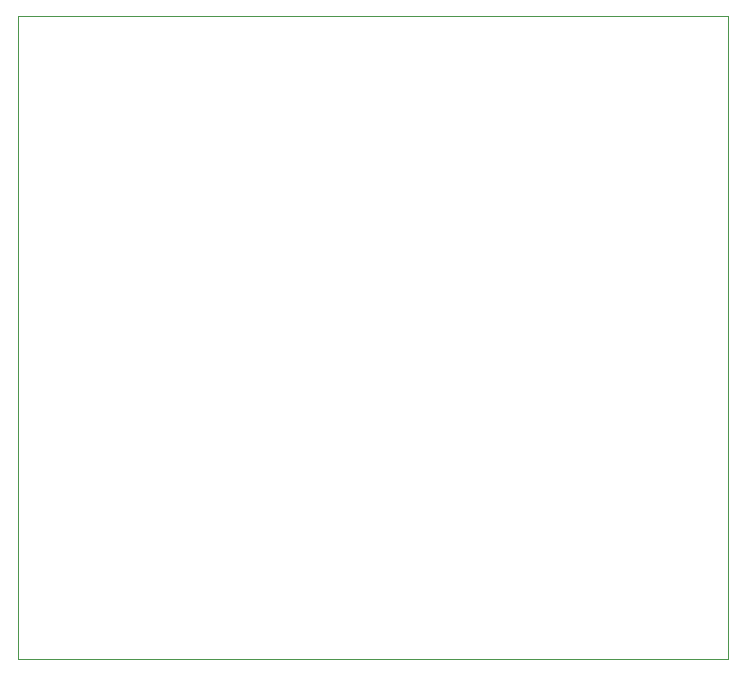
<source format=gbr>
%TF.GenerationSoftware,KiCad,Pcbnew,8.0.2*%
%TF.CreationDate,2024-09-03T17:09:07+02:00*%
%TF.ProjectId,AMS_IMD_Reset,414d535f-494d-4445-9f52-657365742e6b,rev?*%
%TF.SameCoordinates,Original*%
%TF.FileFunction,Profile,NP*%
%FSLAX46Y46*%
G04 Gerber Fmt 4.6, Leading zero omitted, Abs format (unit mm)*
G04 Created by KiCad (PCBNEW 8.0.2) date 2024-09-03 17:09:07*
%MOMM*%
%LPD*%
G01*
G04 APERTURE LIST*
%TA.AperFunction,Profile*%
%ADD10C,0.100000*%
%TD*%
G04 APERTURE END LIST*
D10*
X144412200Y-66751200D02*
X204520400Y-66751200D01*
X204520400Y-121208800D01*
X144412200Y-121208800D01*
X144412200Y-66751200D01*
M02*

</source>
